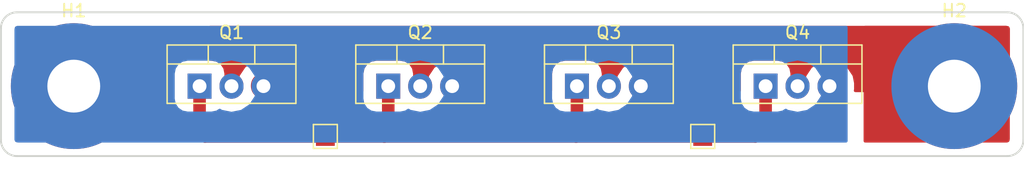
<source format=kicad_pcb>
(kicad_pcb (version 20171130) (host pcbnew "(5.0.1)-4")

  (general
    (thickness 1.6)
    (drawings 8)
    (tracks 17)
    (zones 0)
    (modules 8)
    (nets 4)
  )

  (page User 140.005 119.99)
  (layers
    (0 F.Cu signal)
    (31 B.Cu signal)
    (32 B.Adhes user)
    (33 F.Adhes user)
    (34 B.Paste user)
    (35 F.Paste user)
    (36 B.SilkS user)
    (37 F.SilkS user)
    (38 B.Mask user)
    (39 F.Mask user)
    (40 Dwgs.User user)
    (41 Cmts.User user)
    (42 Eco1.User user)
    (43 Eco2.User user)
    (44 Edge.Cuts user)
    (45 Margin user)
    (46 B.CrtYd user)
    (47 F.CrtYd user)
    (48 B.Fab user)
    (49 F.Fab user)
  )

  (setup
    (last_trace_width 1)
    (trace_clearance 0.2)
    (zone_clearance 1)
    (zone_45_only no)
    (trace_min 0.2)
    (segment_width 0.2)
    (edge_width 0.15)
    (via_size 0.8)
    (via_drill 0.4)
    (via_min_size 0.4)
    (via_min_drill 0.3)
    (uvia_size 0.3)
    (uvia_drill 0.1)
    (uvias_allowed no)
    (uvia_min_size 0.2)
    (uvia_min_drill 0.1)
    (pcb_text_width 0.3)
    (pcb_text_size 1.5 1.5)
    (mod_edge_width 0.15)
    (mod_text_size 1 1)
    (mod_text_width 0.15)
    (pad_size 1.5 1.5)
    (pad_drill 0)
    (pad_to_mask_clearance 0.051)
    (solder_mask_min_width 0.25)
    (aux_axis_origin 0 0)
    (visible_elements 7FFFFF7F)
    (pcbplotparams
      (layerselection 0x010fc_ffffffff)
      (usegerberextensions false)
      (usegerberattributes false)
      (usegerberadvancedattributes false)
      (creategerberjobfile false)
      (excludeedgelayer true)
      (linewidth 0.100000)
      (plotframeref false)
      (viasonmask false)
      (mode 1)
      (useauxorigin false)
      (hpglpennumber 1)
      (hpglpenspeed 20)
      (hpglpendiameter 15.000000)
      (psnegative false)
      (psa4output false)
      (plotreference true)
      (plotvalue true)
      (plotinvisibletext false)
      (padsonsilk false)
      (subtractmaskfromsilk false)
      (outputformat 1)
      (mirror false)
      (drillshape 1)
      (scaleselection 1)
      (outputdirectory ""))
  )

  (net 0 "")
  (net 1 gate_drv)
  (net 2 "Net-(H2-Pad1)")
  (net 3 "Net-(H1-Pad1)")

  (net_class Default "This is the default net class."
    (clearance 0.2)
    (trace_width 1)
    (via_dia 0.8)
    (via_drill 0.4)
    (uvia_dia 0.3)
    (uvia_drill 0.1)
    (add_net "Net-(H1-Pad1)")
    (add_net "Net-(H2-Pad1)")
    (add_net gate_drv)
  )

  (module Package_TO_SOT_THT:TO-220-3_Vertical (layer F.Cu) (tedit 5AC8BA0D) (tstamp 5C911DDE)
    (at 45 30)
    (descr "TO-220-3, Vertical, RM 2.54mm, see https://www.vishay.com/docs/66542/to-220-1.pdf")
    (tags "TO-220-3 Vertical RM 2.54mm")
    (path /5C911E26)
    (fp_text reference Q1 (at 2.54 -4.27) (layer F.SilkS)
      (effects (font (size 1 1) (thickness 0.15)))
    )
    (fp_text value IRF9540N (at 2.54 2.5) (layer F.Fab)
      (effects (font (size 1 1) (thickness 0.15)))
    )
    (fp_line (start -2.46 -3.15) (end -2.46 1.25) (layer F.Fab) (width 0.1))
    (fp_line (start -2.46 1.25) (end 7.54 1.25) (layer F.Fab) (width 0.1))
    (fp_line (start 7.54 1.25) (end 7.54 -3.15) (layer F.Fab) (width 0.1))
    (fp_line (start 7.54 -3.15) (end -2.46 -3.15) (layer F.Fab) (width 0.1))
    (fp_line (start -2.46 -1.88) (end 7.54 -1.88) (layer F.Fab) (width 0.1))
    (fp_line (start 0.69 -3.15) (end 0.69 -1.88) (layer F.Fab) (width 0.1))
    (fp_line (start 4.39 -3.15) (end 4.39 -1.88) (layer F.Fab) (width 0.1))
    (fp_line (start -2.58 -3.27) (end 7.66 -3.27) (layer F.SilkS) (width 0.12))
    (fp_line (start -2.58 1.371) (end 7.66 1.371) (layer F.SilkS) (width 0.12))
    (fp_line (start -2.58 -3.27) (end -2.58 1.371) (layer F.SilkS) (width 0.12))
    (fp_line (start 7.66 -3.27) (end 7.66 1.371) (layer F.SilkS) (width 0.12))
    (fp_line (start -2.58 -1.76) (end 7.66 -1.76) (layer F.SilkS) (width 0.12))
    (fp_line (start 0.69 -3.27) (end 0.69 -1.76) (layer F.SilkS) (width 0.12))
    (fp_line (start 4.391 -3.27) (end 4.391 -1.76) (layer F.SilkS) (width 0.12))
    (fp_line (start -2.71 -3.4) (end -2.71 1.51) (layer F.CrtYd) (width 0.05))
    (fp_line (start -2.71 1.51) (end 7.79 1.51) (layer F.CrtYd) (width 0.05))
    (fp_line (start 7.79 1.51) (end 7.79 -3.4) (layer F.CrtYd) (width 0.05))
    (fp_line (start 7.79 -3.4) (end -2.71 -3.4) (layer F.CrtYd) (width 0.05))
    (fp_text user %R (at 2.54 -4.27) (layer F.Fab)
      (effects (font (size 1 1) (thickness 0.15)))
    )
    (pad 1 thru_hole rect (at 0 0) (size 1.905 2) (drill 1.1) (layers *.Cu *.Mask)
      (net 1 gate_drv))
    (pad 2 thru_hole oval (at 2.54 0) (size 1.905 2) (drill 1.1) (layers *.Cu *.Mask)
      (net 2 "Net-(H2-Pad1)"))
    (pad 3 thru_hole oval (at 5.08 0) (size 1.905 2) (drill 1.1) (layers *.Cu *.Mask)
      (net 3 "Net-(H1-Pad1)"))
    (model ${KISYS3DMOD}/Package_TO_SOT_THT.3dshapes/TO-220-3_Vertical.wrl
      (at (xyz 0 0 0))
      (scale (xyz 1 1 1))
      (rotate (xyz 0 0 0))
    )
  )

  (module Package_TO_SOT_THT:TO-220-3_Vertical (layer F.Cu) (tedit 5AC8BA0D) (tstamp 5C911DF8)
    (at 75 30)
    (descr "TO-220-3, Vertical, RM 2.54mm, see https://www.vishay.com/docs/66542/to-220-1.pdf")
    (tags "TO-220-3 Vertical RM 2.54mm")
    (path /5C913338)
    (fp_text reference Q3 (at 2.54 -4.27) (layer F.SilkS)
      (effects (font (size 1 1) (thickness 0.15)))
    )
    (fp_text value IRF9540N (at 2.54 2.5) (layer F.Fab)
      (effects (font (size 1 1) (thickness 0.15)))
    )
    (fp_text user %R (at 2.54 -4.27) (layer F.Fab)
      (effects (font (size 1 1) (thickness 0.15)))
    )
    (fp_line (start 7.79 -3.4) (end -2.71 -3.4) (layer F.CrtYd) (width 0.05))
    (fp_line (start 7.79 1.51) (end 7.79 -3.4) (layer F.CrtYd) (width 0.05))
    (fp_line (start -2.71 1.51) (end 7.79 1.51) (layer F.CrtYd) (width 0.05))
    (fp_line (start -2.71 -3.4) (end -2.71 1.51) (layer F.CrtYd) (width 0.05))
    (fp_line (start 4.391 -3.27) (end 4.391 -1.76) (layer F.SilkS) (width 0.12))
    (fp_line (start 0.69 -3.27) (end 0.69 -1.76) (layer F.SilkS) (width 0.12))
    (fp_line (start -2.58 -1.76) (end 7.66 -1.76) (layer F.SilkS) (width 0.12))
    (fp_line (start 7.66 -3.27) (end 7.66 1.371) (layer F.SilkS) (width 0.12))
    (fp_line (start -2.58 -3.27) (end -2.58 1.371) (layer F.SilkS) (width 0.12))
    (fp_line (start -2.58 1.371) (end 7.66 1.371) (layer F.SilkS) (width 0.12))
    (fp_line (start -2.58 -3.27) (end 7.66 -3.27) (layer F.SilkS) (width 0.12))
    (fp_line (start 4.39 -3.15) (end 4.39 -1.88) (layer F.Fab) (width 0.1))
    (fp_line (start 0.69 -3.15) (end 0.69 -1.88) (layer F.Fab) (width 0.1))
    (fp_line (start -2.46 -1.88) (end 7.54 -1.88) (layer F.Fab) (width 0.1))
    (fp_line (start 7.54 -3.15) (end -2.46 -3.15) (layer F.Fab) (width 0.1))
    (fp_line (start 7.54 1.25) (end 7.54 -3.15) (layer F.Fab) (width 0.1))
    (fp_line (start -2.46 1.25) (end 7.54 1.25) (layer F.Fab) (width 0.1))
    (fp_line (start -2.46 -3.15) (end -2.46 1.25) (layer F.Fab) (width 0.1))
    (pad 3 thru_hole oval (at 5.08 0) (size 1.905 2) (drill 1.1) (layers *.Cu *.Mask)
      (net 3 "Net-(H1-Pad1)"))
    (pad 2 thru_hole oval (at 2.54 0) (size 1.905 2) (drill 1.1) (layers *.Cu *.Mask)
      (net 2 "Net-(H2-Pad1)"))
    (pad 1 thru_hole rect (at 0 0) (size 1.905 2) (drill 1.1) (layers *.Cu *.Mask)
      (net 1 gate_drv))
    (model ${KISYS3DMOD}/Package_TO_SOT_THT.3dshapes/TO-220-3_Vertical.wrl
      (at (xyz 0 0 0))
      (scale (xyz 1 1 1))
      (rotate (xyz 0 0 0))
    )
  )

  (module Package_TO_SOT_THT:TO-220-3_Vertical (layer F.Cu) (tedit 5AC8BA0D) (tstamp 5C91205F)
    (at 60 30)
    (descr "TO-220-3, Vertical, RM 2.54mm, see https://www.vishay.com/docs/66542/to-220-1.pdf")
    (tags "TO-220-3 Vertical RM 2.54mm")
    (path /5C705404)
    (fp_text reference Q2 (at 2.54 -4.27) (layer F.SilkS)
      (effects (font (size 1 1) (thickness 0.15)))
    )
    (fp_text value IRF9540N (at 2.54 2.5) (layer F.Fab)
      (effects (font (size 1 1) (thickness 0.15)))
    )
    (fp_line (start -2.46 -3.15) (end -2.46 1.25) (layer F.Fab) (width 0.1))
    (fp_line (start -2.46 1.25) (end 7.54 1.25) (layer F.Fab) (width 0.1))
    (fp_line (start 7.54 1.25) (end 7.54 -3.15) (layer F.Fab) (width 0.1))
    (fp_line (start 7.54 -3.15) (end -2.46 -3.15) (layer F.Fab) (width 0.1))
    (fp_line (start -2.46 -1.88) (end 7.54 -1.88) (layer F.Fab) (width 0.1))
    (fp_line (start 0.69 -3.15) (end 0.69 -1.88) (layer F.Fab) (width 0.1))
    (fp_line (start 4.39 -3.15) (end 4.39 -1.88) (layer F.Fab) (width 0.1))
    (fp_line (start -2.58 -3.27) (end 7.66 -3.27) (layer F.SilkS) (width 0.12))
    (fp_line (start -2.58 1.371) (end 7.66 1.371) (layer F.SilkS) (width 0.12))
    (fp_line (start -2.58 -3.27) (end -2.58 1.371) (layer F.SilkS) (width 0.12))
    (fp_line (start 7.66 -3.27) (end 7.66 1.371) (layer F.SilkS) (width 0.12))
    (fp_line (start -2.58 -1.76) (end 7.66 -1.76) (layer F.SilkS) (width 0.12))
    (fp_line (start 0.69 -3.27) (end 0.69 -1.76) (layer F.SilkS) (width 0.12))
    (fp_line (start 4.391 -3.27) (end 4.391 -1.76) (layer F.SilkS) (width 0.12))
    (fp_line (start -2.71 -3.4) (end -2.71 1.51) (layer F.CrtYd) (width 0.05))
    (fp_line (start -2.71 1.51) (end 7.79 1.51) (layer F.CrtYd) (width 0.05))
    (fp_line (start 7.79 1.51) (end 7.79 -3.4) (layer F.CrtYd) (width 0.05))
    (fp_line (start 7.79 -3.4) (end -2.71 -3.4) (layer F.CrtYd) (width 0.05))
    (fp_text user %R (at 2.54 -4.27) (layer F.Fab)
      (effects (font (size 1 1) (thickness 0.15)))
    )
    (pad 1 thru_hole rect (at 0 0) (size 1.905 2) (drill 1.1) (layers *.Cu *.Mask)
      (net 1 gate_drv))
    (pad 2 thru_hole oval (at 2.54 0) (size 1.905 2) (drill 1.1) (layers *.Cu *.Mask)
      (net 2 "Net-(H2-Pad1)"))
    (pad 3 thru_hole oval (at 5.08 0) (size 1.905 2) (drill 1.1) (layers *.Cu *.Mask)
      (net 3 "Net-(H1-Pad1)"))
    (model ${KISYS3DMOD}/Package_TO_SOT_THT.3dshapes/TO-220-3_Vertical.wrl
      (at (xyz 0 0 0))
      (scale (xyz 1 1 1))
      (rotate (xyz 0 0 0))
    )
  )

  (module Package_TO_SOT_THT:TO-220-3_Vertical (layer F.Cu) (tedit 5AC8BA0D) (tstamp 5C939462)
    (at 90 30)
    (descr "TO-220-3, Vertical, RM 2.54mm, see https://www.vishay.com/docs/66542/to-220-1.pdf")
    (tags "TO-220-3 Vertical RM 2.54mm")
    (path /5C939700)
    (fp_text reference Q4 (at 2.54 -4.27) (layer F.SilkS)
      (effects (font (size 1 1) (thickness 0.15)))
    )
    (fp_text value IRF9540N (at 2.54 2.5) (layer F.Fab)
      (effects (font (size 1 1) (thickness 0.15)))
    )
    (fp_line (start -2.46 -3.15) (end -2.46 1.25) (layer F.Fab) (width 0.1))
    (fp_line (start -2.46 1.25) (end 7.54 1.25) (layer F.Fab) (width 0.1))
    (fp_line (start 7.54 1.25) (end 7.54 -3.15) (layer F.Fab) (width 0.1))
    (fp_line (start 7.54 -3.15) (end -2.46 -3.15) (layer F.Fab) (width 0.1))
    (fp_line (start -2.46 -1.88) (end 7.54 -1.88) (layer F.Fab) (width 0.1))
    (fp_line (start 0.69 -3.15) (end 0.69 -1.88) (layer F.Fab) (width 0.1))
    (fp_line (start 4.39 -3.15) (end 4.39 -1.88) (layer F.Fab) (width 0.1))
    (fp_line (start -2.58 -3.27) (end 7.66 -3.27) (layer F.SilkS) (width 0.12))
    (fp_line (start -2.58 1.371) (end 7.66 1.371) (layer F.SilkS) (width 0.12))
    (fp_line (start -2.58 -3.27) (end -2.58 1.371) (layer F.SilkS) (width 0.12))
    (fp_line (start 7.66 -3.27) (end 7.66 1.371) (layer F.SilkS) (width 0.12))
    (fp_line (start -2.58 -1.76) (end 7.66 -1.76) (layer F.SilkS) (width 0.12))
    (fp_line (start 0.69 -3.27) (end 0.69 -1.76) (layer F.SilkS) (width 0.12))
    (fp_line (start 4.391 -3.27) (end 4.391 -1.76) (layer F.SilkS) (width 0.12))
    (fp_line (start -2.71 -3.4) (end -2.71 1.51) (layer F.CrtYd) (width 0.05))
    (fp_line (start -2.71 1.51) (end 7.79 1.51) (layer F.CrtYd) (width 0.05))
    (fp_line (start 7.79 1.51) (end 7.79 -3.4) (layer F.CrtYd) (width 0.05))
    (fp_line (start 7.79 -3.4) (end -2.71 -3.4) (layer F.CrtYd) (width 0.05))
    (fp_text user %R (at 2.54 -4.27) (layer F.Fab)
      (effects (font (size 1 1) (thickness 0.15)))
    )
    (pad 1 thru_hole rect (at 0 0) (size 1.905 2) (drill 1.1) (layers *.Cu *.Mask)
      (net 1 gate_drv))
    (pad 2 thru_hole oval (at 2.54 0) (size 1.905 2) (drill 1.1) (layers *.Cu *.Mask)
      (net 2 "Net-(H2-Pad1)"))
    (pad 3 thru_hole oval (at 5.08 0) (size 1.905 2) (drill 1.1) (layers *.Cu *.Mask)
      (net 3 "Net-(H1-Pad1)"))
    (model ${KISYS3DMOD}/Package_TO_SOT_THT.3dshapes/TO-220-3_Vertical.wrl
      (at (xyz 0 0 0))
      (scale (xyz 1 1 1))
      (rotate (xyz 0 0 0))
    )
  )

  (module TestPoint:TestPoint_THTPad_1.5x1.5mm_Drill0.7mm (layer F.Cu) (tedit 5C939B56) (tstamp 5CA02292)
    (at 55 34)
    (descr "THT rectangular pad as test Point, square 1.5mm side length, hole diameter 0.7mm")
    (tags "test point THT pad rectangle square")
    (path /5C93A68A)
    (attr virtual)
    (fp_text reference GIN1 (at 0 -1.648) (layer F.SilkS) hide
      (effects (font (size 1 1) (thickness 0.15)))
    )
    (fp_text value TestPoint (at 0 1.75) (layer F.Fab)
      (effects (font (size 1 1) (thickness 0.15)))
    )
    (fp_line (start 1.25 1.25) (end -1.25 1.25) (layer F.CrtYd) (width 0.05))
    (fp_line (start 1.25 1.25) (end 1.25 -1.25) (layer F.CrtYd) (width 0.05))
    (fp_line (start -1.25 -1.25) (end -1.25 1.25) (layer F.CrtYd) (width 0.05))
    (fp_line (start -1.25 -1.25) (end 1.25 -1.25) (layer F.CrtYd) (width 0.05))
    (fp_line (start -0.95 0.95) (end -0.95 -0.95) (layer F.SilkS) (width 0.12))
    (fp_line (start 0.95 0.95) (end -0.95 0.95) (layer F.SilkS) (width 0.12))
    (fp_line (start 0.95 -0.95) (end 0.95 0.95) (layer F.SilkS) (width 0.12))
    (fp_line (start -0.95 -0.95) (end 0.95 -0.95) (layer F.SilkS) (width 0.12))
    (fp_text user %R (at 0 -1.65) (layer F.Fab)
      (effects (font (size 1 1) (thickness 0.15)))
    )
    (pad 1 smd rect (at 0 0) (size 1.5 1.5) (layers F.Cu F.Paste F.Mask)
      (net 1 gate_drv))
  )

  (module TestPoint:TestPoint_THTPad_1.5x1.5mm_Drill0.7mm (layer F.Cu) (tedit 5C939B5F) (tstamp 5CA0229F)
    (at 85 34)
    (descr "THT rectangular pad as test Point, square 1.5mm side length, hole diameter 0.7mm")
    (tags "test point THT pad rectangle square")
    (path /5C711A8E)
    (attr virtual)
    (fp_text reference GIN2 (at 0 -1.648) (layer F.SilkS) hide
      (effects (font (size 1 1) (thickness 0.15)))
    )
    (fp_text value TestPoint (at 0 1.75) (layer F.Fab)
      (effects (font (size 1 1) (thickness 0.15)))
    )
    (fp_text user %R (at 0 -1.65) (layer F.Fab)
      (effects (font (size 1 1) (thickness 0.15)))
    )
    (fp_line (start -0.95 -0.95) (end 0.95 -0.95) (layer F.SilkS) (width 0.12))
    (fp_line (start 0.95 -0.95) (end 0.95 0.95) (layer F.SilkS) (width 0.12))
    (fp_line (start 0.95 0.95) (end -0.95 0.95) (layer F.SilkS) (width 0.12))
    (fp_line (start -0.95 0.95) (end -0.95 -0.95) (layer F.SilkS) (width 0.12))
    (fp_line (start -1.25 -1.25) (end 1.25 -1.25) (layer F.CrtYd) (width 0.05))
    (fp_line (start -1.25 -1.25) (end -1.25 1.25) (layer F.CrtYd) (width 0.05))
    (fp_line (start 1.25 1.25) (end 1.25 -1.25) (layer F.CrtYd) (width 0.05))
    (fp_line (start 1.25 1.25) (end -1.25 1.25) (layer F.CrtYd) (width 0.05))
    (pad 1 smd rect (at 0 0) (size 1.5 1.5) (layers F.Cu F.Paste F.Mask)
      (net 1 gate_drv))
  )

  (module MountingHole:MountingHole_6.4mm_M6_ISO14580_Pad (layer F.Cu) (tedit 5C93943A) (tstamp 5CA022B3)
    (at 35 30)
    (descr "Mounting Hole 6.4mm, M6, ISO14580")
    (tags "mounting hole 6.4mm m6 iso14580")
    (path /5C9366C5)
    (attr virtual)
    (fp_text reference H1 (at 0 -6) (layer F.SilkS)
      (effects (font (size 1 1) (thickness 0.15)))
    )
    (fp_text value Src (at 0 6) (layer F.Fab)
      (effects (font (size 1 1) (thickness 0.15)))
    )
    (fp_text user %R (at 0.3 0) (layer F.Fab)
      (effects (font (size 1 1) (thickness 0.15)))
    )
    (fp_circle (center 0 0) (end 5 0) (layer Cmts.User) (width 0.15))
    (fp_circle (center 0 0) (end 5.25 0) (layer F.CrtYd) (width 0.05))
    (pad 1 thru_hole circle (at 0 0) (size 10 10) (drill 4.2) (layers *.Cu *.Mask)
      (net 3 "Net-(H1-Pad1)"))
  )

  (module MountingHole:MountingHole_6.4mm_M6_ISO14580_Pad (layer F.Cu) (tedit 5C939431) (tstamp 5CA022BB)
    (at 105 30)
    (descr "Mounting Hole 6.4mm, M6, ISO14580")
    (tags "mounting hole 6.4mm m6 iso14580")
    (path /5C93A2CE)
    (attr virtual)
    (fp_text reference H2 (at 0 -6) (layer F.SilkS)
      (effects (font (size 1 1) (thickness 0.15)))
    )
    (fp_text value Dr (at 0 6) (layer F.Fab)
      (effects (font (size 1 1) (thickness 0.15)))
    )
    (fp_circle (center 0 0) (end 5.25 0) (layer F.CrtYd) (width 0.05))
    (fp_circle (center 0 0) (end 5 0) (layer Cmts.User) (width 0.15))
    (fp_text user %R (at 0.3 0) (layer F.Fab)
      (effects (font (size 1 1) (thickness 0.15)))
    )
    (pad 1 thru_hole circle (at 0 0) (size 10 10) (drill 4.2) (layers *.Cu *.Mask)
      (net 2 "Net-(H2-Pad1)"))
  )

  (gr_arc (start 30.48 25.4) (end 30.48 24.13) (angle -90) (layer Edge.Cuts) (width 0.15))
  (gr_arc (start 30.48 34.29) (end 29.21 34.29) (angle -90) (layer Edge.Cuts) (width 0.15))
  (gr_arc (start 109.22 25.4) (end 110.49 25.4) (angle -90) (layer Edge.Cuts) (width 0.15))
  (gr_arc (start 109.22 34.29) (end 109.22 35.56) (angle -90) (layer Edge.Cuts) (width 0.15))
  (gr_line (start 30.48 24.13) (end 109.22 24.13) (layer Edge.Cuts) (width 0.15))
  (gr_line (start 109.22 35.56) (end 30.48 35.56) (layer Edge.Cuts) (width 0.15))
  (gr_line (start 29.21 25.4) (end 29.21 34.29) (layer Edge.Cuts) (width 0.15))
  (gr_line (start 110.49 34.29) (end 110.49 25.4) (layer Edge.Cuts) (width 0.15))

  (segment (start 90 30) (end 90 30.0475) (width 1) (layer F.Cu) (net 1))
  (segment (start 60 33.69) (end 59.69 34) (width 1) (layer F.Cu) (net 1))
  (segment (start 60 30) (end 60 33.69) (width 1) (layer F.Cu) (net 1))
  (segment (start 59.69 34) (end 55 34) (width 1) (layer F.Cu) (net 1))
  (segment (start 75 33.93) (end 74.93 34) (width 1) (layer F.Cu) (net 1))
  (segment (start 75 30) (end 75 33.93) (width 1) (layer F.Cu) (net 1))
  (segment (start 85 34) (end 74.93 34) (width 1) (layer F.Cu) (net 1))
  (segment (start 74.93 34) (end 59.69 34) (width 1) (layer F.Cu) (net 1))
  (segment (start 90 30) (end 90 33.19) (width 1) (layer F.Cu) (net 1))
  (segment (start 89.19 34) (end 85 34) (width 1) (layer F.Cu) (net 1))
  (segment (start 90 33.19) (end 89.19 34) (width 1) (layer F.Cu) (net 1))
  (segment (start 45 30) (end 45 33.57) (width 1) (layer F.Cu) (net 1))
  (segment (start 45.43 34) (end 55 34) (width 1) (layer F.Cu) (net 1))
  (segment (start 45 33.57) (end 45.43 34) (width 1) (layer F.Cu) (net 1))
  (segment (start 50.08 30) (end 50.08 29.9525) (width 2) (layer F.Cu) (net 3) (status 30))
  (segment (start 35 30) (end 36.700001 31.700001) (width 1) (layer F.Cu) (net 3))
  (segment (start 50.08 30.0475) (end 50.08 30) (width 1) (layer F.Cu) (net 3))

  (zone (net 3) (net_name "Net-(H1-Pad1)") (layer B.Cu) (tstamp 0) (hatch edge 0.508)
    (connect_pads yes (clearance 1))
    (min_thickness 0.254)
    (fill yes (arc_segments 16) (thermal_gap 0.508) (thermal_bridge_width 0.508))
    (polygon
      (pts
        (xy 29.21 24.13) (xy 96.52 24.13) (xy 96.52 35.56) (xy 29.21 35.56)
      )
    )
    (filled_polygon
      (pts
        (xy 96.393 34.358) (xy 30.58516 34.358) (xy 30.463084 34.336475) (xy 30.448211 34.327887) (xy 30.437168 34.314728)
        (xy 30.412928 34.248128) (xy 30.412 34.237521) (xy 30.412 29) (xy 42.898421 29) (xy 42.898421 31)
        (xy 42.985889 31.439733) (xy 43.234978 31.812522) (xy 43.607767 32.061611) (xy 44.0475 32.149079) (xy 45.9525 32.149079)
        (xy 46.392233 32.061611) (xy 46.601783 31.921595) (xy 46.728621 32.006345) (xy 47.54 32.167739) (xy 48.35138 32.006345)
        (xy 49.039235 31.546735) (xy 49.498845 30.858879) (xy 49.6195 30.252307) (xy 49.6195 29.747692) (xy 49.498845 29.14112)
        (xy 49.404552 29) (xy 57.898421 29) (xy 57.898421 31) (xy 57.985889 31.439733) (xy 58.234978 31.812522)
        (xy 58.607767 32.061611) (xy 59.0475 32.149079) (xy 60.9525 32.149079) (xy 61.392233 32.061611) (xy 61.601783 31.921595)
        (xy 61.728621 32.006345) (xy 62.54 32.167739) (xy 63.35138 32.006345) (xy 64.039235 31.546735) (xy 64.498845 30.858879)
        (xy 64.6195 30.252307) (xy 64.6195 29.747692) (xy 64.498845 29.14112) (xy 64.404552 29) (xy 72.898421 29)
        (xy 72.898421 31) (xy 72.985889 31.439733) (xy 73.234978 31.812522) (xy 73.607767 32.061611) (xy 74.0475 32.149079)
        (xy 75.9525 32.149079) (xy 76.392233 32.061611) (xy 76.601783 31.921595) (xy 76.728621 32.006345) (xy 77.54 32.167739)
        (xy 78.35138 32.006345) (xy 79.039235 31.546735) (xy 79.498845 30.858879) (xy 79.6195 30.252307) (xy 79.6195 29.747692)
        (xy 79.498845 29.14112) (xy 79.404552 29) (xy 87.898421 29) (xy 87.898421 31) (xy 87.985889 31.439733)
        (xy 88.234978 31.812522) (xy 88.607767 32.061611) (xy 89.0475 32.149079) (xy 90.9525 32.149079) (xy 91.392233 32.061611)
        (xy 91.601783 31.921595) (xy 91.728621 32.006345) (xy 92.54 32.167739) (xy 93.35138 32.006345) (xy 94.039235 31.546735)
        (xy 94.498845 30.858879) (xy 94.6195 30.252307) (xy 94.6195 29.747692) (xy 94.498845 29.14112) (xy 94.039235 28.453265)
        (xy 93.351379 27.993655) (xy 92.54 27.832261) (xy 91.72862 27.993655) (xy 91.601782 28.078405) (xy 91.392233 27.938389)
        (xy 90.9525 27.850921) (xy 89.0475 27.850921) (xy 88.607767 27.938389) (xy 88.234978 28.187478) (xy 87.985889 28.560267)
        (xy 87.898421 29) (xy 79.404552 29) (xy 79.039235 28.453265) (xy 78.351379 27.993655) (xy 77.54 27.832261)
        (xy 76.72862 27.993655) (xy 76.601782 28.078405) (xy 76.392233 27.938389) (xy 75.9525 27.850921) (xy 74.0475 27.850921)
        (xy 73.607767 27.938389) (xy 73.234978 28.187478) (xy 72.985889 28.560267) (xy 72.898421 29) (xy 64.404552 29)
        (xy 64.039235 28.453265) (xy 63.351379 27.993655) (xy 62.54 27.832261) (xy 61.72862 27.993655) (xy 61.601782 28.078405)
        (xy 61.392233 27.938389) (xy 60.9525 27.850921) (xy 59.0475 27.850921) (xy 58.607767 27.938389) (xy 58.234978 28.187478)
        (xy 57.985889 28.560267) (xy 57.898421 29) (xy 49.404552 29) (xy 49.039235 28.453265) (xy 48.351379 27.993655)
        (xy 47.54 27.832261) (xy 46.72862 27.993655) (xy 46.601782 28.078405) (xy 46.392233 27.938389) (xy 45.9525 27.850921)
        (xy 44.0475 27.850921) (xy 43.607767 27.938389) (xy 43.234978 28.187478) (xy 42.985889 28.560267) (xy 42.898421 29)
        (xy 30.412 29) (xy 30.412 25.50516) (xy 30.433525 25.383085) (xy 30.442113 25.36821) (xy 30.455272 25.357168)
        (xy 30.521872 25.332928) (xy 30.532479 25.332) (xy 96.393 25.332)
      )
    )
  )
  (zone (net 0) (net_name "") (layer B.Mask) (tstamp 0) (hatch edge 0.508)
    (connect_pads yes (clearance 1))
    (min_thickness 0.254)
    (fill yes (arc_segments 16) (thermal_gap 0.508) (thermal_bridge_width 0.508))
    (polygon
      (pts
        (xy 29.21 24.13) (xy 97.79 24.13) (xy 97.79 30.48) (xy 29.21 30.48)
      )
    )
    (filled_polygon
      (pts
        (xy 97.663 30.353) (xy 29.337 30.353) (xy 29.337 24.257) (xy 97.663 24.257)
      )
    )
  )
  (zone (net 2) (net_name "Net-(H2-Pad1)") (layer F.Cu) (tstamp 0) (hatch edge 0.508)
    (connect_pads yes (clearance 1))
    (min_thickness 0.254)
    (fill yes (arc_segments 16) (thermal_gap 0.508) (thermal_bridge_width 0.508))
    (polygon
      (pts
        (xy 110.49 30.48) (xy 45.72 30.48) (xy 45.72 24.13) (xy 110.49 24.13)
      )
    )
    (filled_polygon
      (pts
        (xy 109.236915 25.353525) (xy 109.25179 25.362113) (xy 109.262832 25.375272) (xy 109.287072 25.441872) (xy 109.288001 25.45249)
        (xy 109.288 30.353) (xy 97.139471 30.353) (xy 97.1595 30.252307) (xy 97.1595 29.747692) (xy 97.038845 29.14112)
        (xy 96.579235 28.453265) (xy 95.891379 27.993655) (xy 95.08 27.832261) (xy 94.26862 27.993655) (xy 93.580765 28.453265)
        (xy 93.121155 29.141121) (xy 93.0005 29.747693) (xy 93.0005 30.252308) (xy 93.020529 30.353) (xy 92.101579 30.353)
        (xy 92.101579 29) (xy 92.014111 28.560267) (xy 91.765022 28.187478) (xy 91.392233 27.938389) (xy 90.9525 27.850921)
        (xy 89.0475 27.850921) (xy 88.607767 27.938389) (xy 88.234978 28.187478) (xy 87.985889 28.560267) (xy 87.898421 29)
        (xy 87.898421 30.353) (xy 82.139471 30.353) (xy 82.1595 30.252307) (xy 82.1595 29.747692) (xy 82.038845 29.14112)
        (xy 81.579235 28.453265) (xy 80.891379 27.993655) (xy 80.08 27.832261) (xy 79.26862 27.993655) (xy 78.580765 28.453265)
        (xy 78.121155 29.141121) (xy 78.0005 29.747693) (xy 78.0005 30.252308) (xy 78.020529 30.353) (xy 77.101579 30.353)
        (xy 77.101579 29) (xy 77.014111 28.560267) (xy 76.765022 28.187478) (xy 76.392233 27.938389) (xy 75.9525 27.850921)
        (xy 74.0475 27.850921) (xy 73.607767 27.938389) (xy 73.234978 28.187478) (xy 72.985889 28.560267) (xy 72.898421 29)
        (xy 72.898421 30.353) (xy 67.139471 30.353) (xy 67.1595 30.252307) (xy 67.1595 29.747692) (xy 67.038845 29.14112)
        (xy 66.579235 28.453265) (xy 65.891379 27.993655) (xy 65.08 27.832261) (xy 64.26862 27.993655) (xy 63.580765 28.453265)
        (xy 63.121155 29.141121) (xy 63.0005 29.747693) (xy 63.0005 30.252308) (xy 63.020529 30.353) (xy 62.101579 30.353)
        (xy 62.101579 29) (xy 62.014111 28.560267) (xy 61.765022 28.187478) (xy 61.392233 27.938389) (xy 60.9525 27.850921)
        (xy 59.0475 27.850921) (xy 58.607767 27.938389) (xy 58.234978 28.187478) (xy 57.985889 28.560267) (xy 57.898421 29)
        (xy 57.898421 30.353) (xy 52.178454 30.353) (xy 52.207 30.209489) (xy 52.207 29.743012) (xy 52.08359 29.122587)
        (xy 51.613481 28.419019) (xy 50.909914 27.94891) (xy 50.08 27.78383) (xy 49.250087 27.94891) (xy 48.546519 28.419019)
        (xy 48.07641 29.122586) (xy 47.953 29.743011) (xy 47.953 30.209488) (xy 47.981546 30.353) (xy 47.101579 30.353)
        (xy 47.101579 29) (xy 47.014111 28.560267) (xy 46.765022 28.187478) (xy 46.392233 27.938389) (xy 45.9525 27.850921)
        (xy 45.847 27.850921) (xy 45.847 25.332) (xy 109.11484 25.332)
      )
    )
  )
  (zone (net 0) (net_name "") (layer F.Mask) (tstamp 0) (hatch edge 0.508)
    (connect_pads yes (clearance 1))
    (min_thickness 0.254)
    (fill yes (arc_segments 16) (thermal_gap 0.508) (thermal_bridge_width 0.508))
    (polygon
      (pts
        (xy 110.49 34.29) (xy 97.79 34.29) (xy 97.79 30.48) (xy 43.18 30.48) (xy 43.18 24.13)
        (xy 110.49 24.13)
      )
    )
    (filled_polygon
      (pts
        (xy 110.363 34.163) (xy 97.917 34.163) (xy 97.917 30.48) (xy 97.907333 30.431399) (xy 97.879803 30.390197)
        (xy 97.838601 30.362667) (xy 97.79 30.353) (xy 43.307 30.353) (xy 43.307 24.257) (xy 110.363 24.257)
      )
    )
  )
  (zone (net 0) (net_name "") (layer F.Mask) (tstamp 0) (hatch edge 0.508)
    (connect_pads yes (clearance 1))
    (min_thickness 0.254)
    (fill yes (arc_segments 16) (thermal_gap 0.508) (thermal_bridge_width 0.508))
    (polygon
      (pts
        (xy 73.66 33.02) (xy 76.2 33.02) (xy 76.2 35.56) (xy 73.66 35.56)
      )
    )
    (filled_polygon
      (pts
        (xy 76.073 35.433) (xy 73.787 35.433) (xy 73.787 33.147) (xy 76.073 33.147)
      )
    )
  )
  (zone (net 0) (net_name "") (layer F.Mask) (tstamp 0) (hatch edge 0.508)
    (connect_pads yes (clearance 1))
    (min_thickness 0.254)
    (fill yes (arc_segments 16) (thermal_gap 0.508) (thermal_bridge_width 0.508))
    (polygon
      (pts
        (xy 58.42 33.02) (xy 58.42 35.56) (xy 60.96 35.56) (xy 60.96 33.02)
      )
    )
    (filled_polygon
      (pts
        (xy 60.833 35.433) (xy 58.547 35.433) (xy 58.547 33.147) (xy 60.833 33.147)
      )
    )
  )
  (zone (net 0) (net_name "") (layer F.Mask) (tstamp 0) (hatch edge 0.508)
    (connect_pads yes (clearance 1))
    (min_thickness 0.254)
    (fill yes (arc_segments 16) (thermal_gap 0.508) (thermal_bridge_width 0.508))
    (polygon
      (pts
        (xy 44.45 33.02) (xy 44.45 35.56) (xy 46.99 35.56) (xy 46.99 33.02)
      )
    )
    (filled_polygon
      (pts
        (xy 46.863 35.433) (xy 44.577 35.433) (xy 44.577 33.147) (xy 46.863 33.147)
      )
    )
  )
  (zone (net 0) (net_name "") (layer F.Mask) (tstamp 0) (hatch edge 0.508)
    (connect_pads yes (clearance 1))
    (min_thickness 0.254)
    (fill yes (arc_segments 16) (thermal_gap 0.508) (thermal_bridge_width 0.508))
    (polygon
      (pts
        (xy 88.9 33.02) (xy 88.9 35.56) (xy 91.44 35.56) (xy 91.44 33.02)
      )
    )
    (filled_polygon
      (pts
        (xy 91.313 35.433) (xy 89.027 35.433) (xy 89.027 33.147) (xy 91.313 33.147)
      )
    )
  )
  (zone (net 0) (net_name "") (layer F.Mask) (tstamp 0) (hatch edge 0.508)
    (connect_pads yes (clearance 1))
    (min_thickness 0.254)
    (fill yes (arc_segments 16) (thermal_gap 0.508) (thermal_bridge_width 0.508))
    (polygon
      (pts
        (xy 97.79 35.56) (xy 97.79 33.02) (xy 110.49 33.02) (xy 110.49 35.56)
      )
    )
    (filled_polygon
      (pts
        (xy 110.363 35.433) (xy 97.917 35.433) (xy 97.917 33.147) (xy 110.363 33.147)
      )
    )
  )
  (zone (net 0) (net_name "") (layer B.Mask) (tstamp 0) (hatch edge 0.508)
    (connect_pads yes (clearance 1))
    (min_thickness 0.254)
    (fill yes (arc_segments 16) (thermal_gap 0.508) (thermal_bridge_width 0.508))
    (polygon
      (pts
        (xy 40.64 29.21) (xy 40.64 35.56) (xy 29.21 35.56) (xy 29.21 29.21)
      )
    )
    (filled_polygon
      (pts
        (xy 40.513 35.433) (xy 29.337 35.433) (xy 29.337 29.337) (xy 40.513 29.337)
      )
    )
  )
  (zone (net 2) (net_name "Net-(H2-Pad1)") (layer F.Cu) (tstamp 0) (hatch edge 0.508)
    (connect_pads yes (clearance 1))
    (min_thickness 0.254)
    (fill yes (arc_segments 16) (thermal_gap 0.508) (thermal_bridge_width 0.508))
    (polygon
      (pts
        (xy 97.79 24.13) (xy 97.79 35.56) (xy 110.49 35.56) (xy 110.49 24.13)
      )
    )
    (filled_polygon
      (pts
        (xy 109.236915 25.353525) (xy 109.25179 25.362113) (xy 109.262832 25.375272) (xy 109.287072 25.441872) (xy 109.288001 25.45249)
        (xy 109.288 34.18484) (xy 109.266475 34.306916) (xy 109.257887 34.321789) (xy 109.244728 34.332832) (xy 109.178128 34.357072)
        (xy 109.167521 34.358) (xy 97.917 34.358) (xy 97.917 25.332) (xy 109.11484 25.332)
      )
    )
  )
)

</source>
